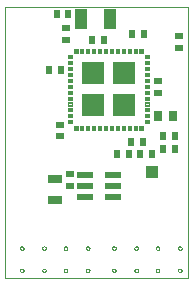
<source format=gbp>
G75*
%MOIN*%
%OFA0B0*%
%FSLAX25Y25*%
%IPPOS*%
%LPD*%
%AMOC8*
5,1,8,0,0,1.08239X$1,22.5*
%
%ADD10C,0.00000*%
%ADD11R,0.07520X0.07520*%
%ADD12C,0.00344*%
%ADD13R,0.02362X0.02756*%
%ADD14R,0.03937X0.06693*%
%ADD15R,0.02756X0.02362*%
%ADD16R,0.02756X0.03543*%
%ADD17R,0.05709X0.02323*%
%ADD18R,0.04724X0.03150*%
%ADD19R,0.03937X0.03937*%
D10*
X0051468Y0044415D02*
X0112491Y0044415D01*
X0112491Y0083785D01*
X0112491Y0079848D02*
X0112491Y0134966D01*
X0051468Y0134966D01*
X0051468Y0044415D01*
X0056625Y0047013D02*
X0056627Y0047061D01*
X0056633Y0047109D01*
X0056643Y0047156D01*
X0056656Y0047202D01*
X0056674Y0047247D01*
X0056694Y0047291D01*
X0056719Y0047333D01*
X0056747Y0047372D01*
X0056777Y0047409D01*
X0056811Y0047443D01*
X0056848Y0047475D01*
X0056886Y0047504D01*
X0056927Y0047529D01*
X0056970Y0047551D01*
X0057015Y0047569D01*
X0057061Y0047583D01*
X0057108Y0047594D01*
X0057156Y0047601D01*
X0057204Y0047604D01*
X0057252Y0047603D01*
X0057300Y0047598D01*
X0057348Y0047589D01*
X0057394Y0047577D01*
X0057439Y0047560D01*
X0057483Y0047540D01*
X0057525Y0047517D01*
X0057565Y0047490D01*
X0057603Y0047460D01*
X0057638Y0047427D01*
X0057670Y0047391D01*
X0057700Y0047353D01*
X0057726Y0047312D01*
X0057748Y0047269D01*
X0057768Y0047225D01*
X0057783Y0047180D01*
X0057795Y0047133D01*
X0057803Y0047085D01*
X0057807Y0047037D01*
X0057807Y0046989D01*
X0057803Y0046941D01*
X0057795Y0046893D01*
X0057783Y0046846D01*
X0057768Y0046801D01*
X0057748Y0046757D01*
X0057726Y0046714D01*
X0057700Y0046673D01*
X0057670Y0046635D01*
X0057638Y0046599D01*
X0057603Y0046566D01*
X0057565Y0046536D01*
X0057525Y0046509D01*
X0057483Y0046486D01*
X0057439Y0046466D01*
X0057394Y0046449D01*
X0057348Y0046437D01*
X0057300Y0046428D01*
X0057252Y0046423D01*
X0057204Y0046422D01*
X0057156Y0046425D01*
X0057108Y0046432D01*
X0057061Y0046443D01*
X0057015Y0046457D01*
X0056970Y0046475D01*
X0056927Y0046497D01*
X0056886Y0046522D01*
X0056848Y0046551D01*
X0056811Y0046583D01*
X0056777Y0046617D01*
X0056747Y0046654D01*
X0056719Y0046693D01*
X0056694Y0046735D01*
X0056674Y0046779D01*
X0056656Y0046824D01*
X0056643Y0046870D01*
X0056633Y0046917D01*
X0056627Y0046965D01*
X0056625Y0047013D01*
X0056625Y0054415D02*
X0056627Y0054463D01*
X0056633Y0054511D01*
X0056643Y0054558D01*
X0056656Y0054604D01*
X0056674Y0054649D01*
X0056694Y0054693D01*
X0056719Y0054735D01*
X0056747Y0054774D01*
X0056777Y0054811D01*
X0056811Y0054845D01*
X0056848Y0054877D01*
X0056886Y0054906D01*
X0056927Y0054931D01*
X0056970Y0054953D01*
X0057015Y0054971D01*
X0057061Y0054985D01*
X0057108Y0054996D01*
X0057156Y0055003D01*
X0057204Y0055006D01*
X0057252Y0055005D01*
X0057300Y0055000D01*
X0057348Y0054991D01*
X0057394Y0054979D01*
X0057439Y0054962D01*
X0057483Y0054942D01*
X0057525Y0054919D01*
X0057565Y0054892D01*
X0057603Y0054862D01*
X0057638Y0054829D01*
X0057670Y0054793D01*
X0057700Y0054755D01*
X0057726Y0054714D01*
X0057748Y0054671D01*
X0057768Y0054627D01*
X0057783Y0054582D01*
X0057795Y0054535D01*
X0057803Y0054487D01*
X0057807Y0054439D01*
X0057807Y0054391D01*
X0057803Y0054343D01*
X0057795Y0054295D01*
X0057783Y0054248D01*
X0057768Y0054203D01*
X0057748Y0054159D01*
X0057726Y0054116D01*
X0057700Y0054075D01*
X0057670Y0054037D01*
X0057638Y0054001D01*
X0057603Y0053968D01*
X0057565Y0053938D01*
X0057525Y0053911D01*
X0057483Y0053888D01*
X0057439Y0053868D01*
X0057394Y0053851D01*
X0057348Y0053839D01*
X0057300Y0053830D01*
X0057252Y0053825D01*
X0057204Y0053824D01*
X0057156Y0053827D01*
X0057108Y0053834D01*
X0057061Y0053845D01*
X0057015Y0053859D01*
X0056970Y0053877D01*
X0056927Y0053899D01*
X0056886Y0053924D01*
X0056848Y0053953D01*
X0056811Y0053985D01*
X0056777Y0054019D01*
X0056747Y0054056D01*
X0056719Y0054095D01*
X0056694Y0054137D01*
X0056674Y0054181D01*
X0056656Y0054226D01*
X0056643Y0054272D01*
X0056633Y0054319D01*
X0056627Y0054367D01*
X0056625Y0054415D01*
X0064026Y0054415D02*
X0064028Y0054463D01*
X0064034Y0054511D01*
X0064044Y0054558D01*
X0064057Y0054604D01*
X0064075Y0054649D01*
X0064095Y0054693D01*
X0064120Y0054735D01*
X0064148Y0054774D01*
X0064178Y0054811D01*
X0064212Y0054845D01*
X0064249Y0054877D01*
X0064287Y0054906D01*
X0064328Y0054931D01*
X0064371Y0054953D01*
X0064416Y0054971D01*
X0064462Y0054985D01*
X0064509Y0054996D01*
X0064557Y0055003D01*
X0064605Y0055006D01*
X0064653Y0055005D01*
X0064701Y0055000D01*
X0064749Y0054991D01*
X0064795Y0054979D01*
X0064840Y0054962D01*
X0064884Y0054942D01*
X0064926Y0054919D01*
X0064966Y0054892D01*
X0065004Y0054862D01*
X0065039Y0054829D01*
X0065071Y0054793D01*
X0065101Y0054755D01*
X0065127Y0054714D01*
X0065149Y0054671D01*
X0065169Y0054627D01*
X0065184Y0054582D01*
X0065196Y0054535D01*
X0065204Y0054487D01*
X0065208Y0054439D01*
X0065208Y0054391D01*
X0065204Y0054343D01*
X0065196Y0054295D01*
X0065184Y0054248D01*
X0065169Y0054203D01*
X0065149Y0054159D01*
X0065127Y0054116D01*
X0065101Y0054075D01*
X0065071Y0054037D01*
X0065039Y0054001D01*
X0065004Y0053968D01*
X0064966Y0053938D01*
X0064926Y0053911D01*
X0064884Y0053888D01*
X0064840Y0053868D01*
X0064795Y0053851D01*
X0064749Y0053839D01*
X0064701Y0053830D01*
X0064653Y0053825D01*
X0064605Y0053824D01*
X0064557Y0053827D01*
X0064509Y0053834D01*
X0064462Y0053845D01*
X0064416Y0053859D01*
X0064371Y0053877D01*
X0064328Y0053899D01*
X0064287Y0053924D01*
X0064249Y0053953D01*
X0064212Y0053985D01*
X0064178Y0054019D01*
X0064148Y0054056D01*
X0064120Y0054095D01*
X0064095Y0054137D01*
X0064075Y0054181D01*
X0064057Y0054226D01*
X0064044Y0054272D01*
X0064034Y0054319D01*
X0064028Y0054367D01*
X0064026Y0054415D01*
X0064026Y0047013D02*
X0064028Y0047061D01*
X0064034Y0047109D01*
X0064044Y0047156D01*
X0064057Y0047202D01*
X0064075Y0047247D01*
X0064095Y0047291D01*
X0064120Y0047333D01*
X0064148Y0047372D01*
X0064178Y0047409D01*
X0064212Y0047443D01*
X0064249Y0047475D01*
X0064287Y0047504D01*
X0064328Y0047529D01*
X0064371Y0047551D01*
X0064416Y0047569D01*
X0064462Y0047583D01*
X0064509Y0047594D01*
X0064557Y0047601D01*
X0064605Y0047604D01*
X0064653Y0047603D01*
X0064701Y0047598D01*
X0064749Y0047589D01*
X0064795Y0047577D01*
X0064840Y0047560D01*
X0064884Y0047540D01*
X0064926Y0047517D01*
X0064966Y0047490D01*
X0065004Y0047460D01*
X0065039Y0047427D01*
X0065071Y0047391D01*
X0065101Y0047353D01*
X0065127Y0047312D01*
X0065149Y0047269D01*
X0065169Y0047225D01*
X0065184Y0047180D01*
X0065196Y0047133D01*
X0065204Y0047085D01*
X0065208Y0047037D01*
X0065208Y0046989D01*
X0065204Y0046941D01*
X0065196Y0046893D01*
X0065184Y0046846D01*
X0065169Y0046801D01*
X0065149Y0046757D01*
X0065127Y0046714D01*
X0065101Y0046673D01*
X0065071Y0046635D01*
X0065039Y0046599D01*
X0065004Y0046566D01*
X0064966Y0046536D01*
X0064926Y0046509D01*
X0064884Y0046486D01*
X0064840Y0046466D01*
X0064795Y0046449D01*
X0064749Y0046437D01*
X0064701Y0046428D01*
X0064653Y0046423D01*
X0064605Y0046422D01*
X0064557Y0046425D01*
X0064509Y0046432D01*
X0064462Y0046443D01*
X0064416Y0046457D01*
X0064371Y0046475D01*
X0064328Y0046497D01*
X0064287Y0046522D01*
X0064249Y0046551D01*
X0064212Y0046583D01*
X0064178Y0046617D01*
X0064148Y0046654D01*
X0064120Y0046693D01*
X0064095Y0046735D01*
X0064075Y0046779D01*
X0064057Y0046824D01*
X0064044Y0046870D01*
X0064034Y0046917D01*
X0064028Y0046965D01*
X0064026Y0047013D01*
X0071192Y0047013D02*
X0071194Y0047061D01*
X0071200Y0047109D01*
X0071210Y0047156D01*
X0071223Y0047202D01*
X0071241Y0047247D01*
X0071261Y0047291D01*
X0071286Y0047333D01*
X0071314Y0047372D01*
X0071344Y0047409D01*
X0071378Y0047443D01*
X0071415Y0047475D01*
X0071453Y0047504D01*
X0071494Y0047529D01*
X0071537Y0047551D01*
X0071582Y0047569D01*
X0071628Y0047583D01*
X0071675Y0047594D01*
X0071723Y0047601D01*
X0071771Y0047604D01*
X0071819Y0047603D01*
X0071867Y0047598D01*
X0071915Y0047589D01*
X0071961Y0047577D01*
X0072006Y0047560D01*
X0072050Y0047540D01*
X0072092Y0047517D01*
X0072132Y0047490D01*
X0072170Y0047460D01*
X0072205Y0047427D01*
X0072237Y0047391D01*
X0072267Y0047353D01*
X0072293Y0047312D01*
X0072315Y0047269D01*
X0072335Y0047225D01*
X0072350Y0047180D01*
X0072362Y0047133D01*
X0072370Y0047085D01*
X0072374Y0047037D01*
X0072374Y0046989D01*
X0072370Y0046941D01*
X0072362Y0046893D01*
X0072350Y0046846D01*
X0072335Y0046801D01*
X0072315Y0046757D01*
X0072293Y0046714D01*
X0072267Y0046673D01*
X0072237Y0046635D01*
X0072205Y0046599D01*
X0072170Y0046566D01*
X0072132Y0046536D01*
X0072092Y0046509D01*
X0072050Y0046486D01*
X0072006Y0046466D01*
X0071961Y0046449D01*
X0071915Y0046437D01*
X0071867Y0046428D01*
X0071819Y0046423D01*
X0071771Y0046422D01*
X0071723Y0046425D01*
X0071675Y0046432D01*
X0071628Y0046443D01*
X0071582Y0046457D01*
X0071537Y0046475D01*
X0071494Y0046497D01*
X0071453Y0046522D01*
X0071415Y0046551D01*
X0071378Y0046583D01*
X0071344Y0046617D01*
X0071314Y0046654D01*
X0071286Y0046693D01*
X0071261Y0046735D01*
X0071241Y0046779D01*
X0071223Y0046824D01*
X0071210Y0046870D01*
X0071200Y0046917D01*
X0071194Y0046965D01*
X0071192Y0047013D01*
X0071192Y0054415D02*
X0071194Y0054463D01*
X0071200Y0054511D01*
X0071210Y0054558D01*
X0071223Y0054604D01*
X0071241Y0054649D01*
X0071261Y0054693D01*
X0071286Y0054735D01*
X0071314Y0054774D01*
X0071344Y0054811D01*
X0071378Y0054845D01*
X0071415Y0054877D01*
X0071453Y0054906D01*
X0071494Y0054931D01*
X0071537Y0054953D01*
X0071582Y0054971D01*
X0071628Y0054985D01*
X0071675Y0054996D01*
X0071723Y0055003D01*
X0071771Y0055006D01*
X0071819Y0055005D01*
X0071867Y0055000D01*
X0071915Y0054991D01*
X0071961Y0054979D01*
X0072006Y0054962D01*
X0072050Y0054942D01*
X0072092Y0054919D01*
X0072132Y0054892D01*
X0072170Y0054862D01*
X0072205Y0054829D01*
X0072237Y0054793D01*
X0072267Y0054755D01*
X0072293Y0054714D01*
X0072315Y0054671D01*
X0072335Y0054627D01*
X0072350Y0054582D01*
X0072362Y0054535D01*
X0072370Y0054487D01*
X0072374Y0054439D01*
X0072374Y0054391D01*
X0072370Y0054343D01*
X0072362Y0054295D01*
X0072350Y0054248D01*
X0072335Y0054203D01*
X0072315Y0054159D01*
X0072293Y0054116D01*
X0072267Y0054075D01*
X0072237Y0054037D01*
X0072205Y0054001D01*
X0072170Y0053968D01*
X0072132Y0053938D01*
X0072092Y0053911D01*
X0072050Y0053888D01*
X0072006Y0053868D01*
X0071961Y0053851D01*
X0071915Y0053839D01*
X0071867Y0053830D01*
X0071819Y0053825D01*
X0071771Y0053824D01*
X0071723Y0053827D01*
X0071675Y0053834D01*
X0071628Y0053845D01*
X0071582Y0053859D01*
X0071537Y0053877D01*
X0071494Y0053899D01*
X0071453Y0053924D01*
X0071415Y0053953D01*
X0071378Y0053985D01*
X0071344Y0054019D01*
X0071314Y0054056D01*
X0071286Y0054095D01*
X0071261Y0054137D01*
X0071241Y0054181D01*
X0071223Y0054226D01*
X0071210Y0054272D01*
X0071200Y0054319D01*
X0071194Y0054367D01*
X0071192Y0054415D01*
X0078593Y0054415D02*
X0078595Y0054463D01*
X0078601Y0054511D01*
X0078611Y0054558D01*
X0078624Y0054604D01*
X0078642Y0054649D01*
X0078662Y0054693D01*
X0078687Y0054735D01*
X0078715Y0054774D01*
X0078745Y0054811D01*
X0078779Y0054845D01*
X0078816Y0054877D01*
X0078854Y0054906D01*
X0078895Y0054931D01*
X0078938Y0054953D01*
X0078983Y0054971D01*
X0079029Y0054985D01*
X0079076Y0054996D01*
X0079124Y0055003D01*
X0079172Y0055006D01*
X0079220Y0055005D01*
X0079268Y0055000D01*
X0079316Y0054991D01*
X0079362Y0054979D01*
X0079407Y0054962D01*
X0079451Y0054942D01*
X0079493Y0054919D01*
X0079533Y0054892D01*
X0079571Y0054862D01*
X0079606Y0054829D01*
X0079638Y0054793D01*
X0079668Y0054755D01*
X0079694Y0054714D01*
X0079716Y0054671D01*
X0079736Y0054627D01*
X0079751Y0054582D01*
X0079763Y0054535D01*
X0079771Y0054487D01*
X0079775Y0054439D01*
X0079775Y0054391D01*
X0079771Y0054343D01*
X0079763Y0054295D01*
X0079751Y0054248D01*
X0079736Y0054203D01*
X0079716Y0054159D01*
X0079694Y0054116D01*
X0079668Y0054075D01*
X0079638Y0054037D01*
X0079606Y0054001D01*
X0079571Y0053968D01*
X0079533Y0053938D01*
X0079493Y0053911D01*
X0079451Y0053888D01*
X0079407Y0053868D01*
X0079362Y0053851D01*
X0079316Y0053839D01*
X0079268Y0053830D01*
X0079220Y0053825D01*
X0079172Y0053824D01*
X0079124Y0053827D01*
X0079076Y0053834D01*
X0079029Y0053845D01*
X0078983Y0053859D01*
X0078938Y0053877D01*
X0078895Y0053899D01*
X0078854Y0053924D01*
X0078816Y0053953D01*
X0078779Y0053985D01*
X0078745Y0054019D01*
X0078715Y0054056D01*
X0078687Y0054095D01*
X0078662Y0054137D01*
X0078642Y0054181D01*
X0078624Y0054226D01*
X0078611Y0054272D01*
X0078601Y0054319D01*
X0078595Y0054367D01*
X0078593Y0054415D01*
X0078593Y0047013D02*
X0078595Y0047061D01*
X0078601Y0047109D01*
X0078611Y0047156D01*
X0078624Y0047202D01*
X0078642Y0047247D01*
X0078662Y0047291D01*
X0078687Y0047333D01*
X0078715Y0047372D01*
X0078745Y0047409D01*
X0078779Y0047443D01*
X0078816Y0047475D01*
X0078854Y0047504D01*
X0078895Y0047529D01*
X0078938Y0047551D01*
X0078983Y0047569D01*
X0079029Y0047583D01*
X0079076Y0047594D01*
X0079124Y0047601D01*
X0079172Y0047604D01*
X0079220Y0047603D01*
X0079268Y0047598D01*
X0079316Y0047589D01*
X0079362Y0047577D01*
X0079407Y0047560D01*
X0079451Y0047540D01*
X0079493Y0047517D01*
X0079533Y0047490D01*
X0079571Y0047460D01*
X0079606Y0047427D01*
X0079638Y0047391D01*
X0079668Y0047353D01*
X0079694Y0047312D01*
X0079716Y0047269D01*
X0079736Y0047225D01*
X0079751Y0047180D01*
X0079763Y0047133D01*
X0079771Y0047085D01*
X0079775Y0047037D01*
X0079775Y0046989D01*
X0079771Y0046941D01*
X0079763Y0046893D01*
X0079751Y0046846D01*
X0079736Y0046801D01*
X0079716Y0046757D01*
X0079694Y0046714D01*
X0079668Y0046673D01*
X0079638Y0046635D01*
X0079606Y0046599D01*
X0079571Y0046566D01*
X0079533Y0046536D01*
X0079493Y0046509D01*
X0079451Y0046486D01*
X0079407Y0046466D01*
X0079362Y0046449D01*
X0079316Y0046437D01*
X0079268Y0046428D01*
X0079220Y0046423D01*
X0079172Y0046422D01*
X0079124Y0046425D01*
X0079076Y0046432D01*
X0079029Y0046443D01*
X0078983Y0046457D01*
X0078938Y0046475D01*
X0078895Y0046497D01*
X0078854Y0046522D01*
X0078816Y0046551D01*
X0078779Y0046583D01*
X0078745Y0046617D01*
X0078715Y0046654D01*
X0078687Y0046693D01*
X0078662Y0046735D01*
X0078642Y0046779D01*
X0078624Y0046824D01*
X0078611Y0046870D01*
X0078601Y0046917D01*
X0078595Y0046965D01*
X0078593Y0047013D01*
X0087333Y0047013D02*
X0087335Y0047061D01*
X0087341Y0047109D01*
X0087351Y0047156D01*
X0087364Y0047202D01*
X0087382Y0047247D01*
X0087402Y0047291D01*
X0087427Y0047333D01*
X0087455Y0047372D01*
X0087485Y0047409D01*
X0087519Y0047443D01*
X0087556Y0047475D01*
X0087594Y0047504D01*
X0087635Y0047529D01*
X0087678Y0047551D01*
X0087723Y0047569D01*
X0087769Y0047583D01*
X0087816Y0047594D01*
X0087864Y0047601D01*
X0087912Y0047604D01*
X0087960Y0047603D01*
X0088008Y0047598D01*
X0088056Y0047589D01*
X0088102Y0047577D01*
X0088147Y0047560D01*
X0088191Y0047540D01*
X0088233Y0047517D01*
X0088273Y0047490D01*
X0088311Y0047460D01*
X0088346Y0047427D01*
X0088378Y0047391D01*
X0088408Y0047353D01*
X0088434Y0047312D01*
X0088456Y0047269D01*
X0088476Y0047225D01*
X0088491Y0047180D01*
X0088503Y0047133D01*
X0088511Y0047085D01*
X0088515Y0047037D01*
X0088515Y0046989D01*
X0088511Y0046941D01*
X0088503Y0046893D01*
X0088491Y0046846D01*
X0088476Y0046801D01*
X0088456Y0046757D01*
X0088434Y0046714D01*
X0088408Y0046673D01*
X0088378Y0046635D01*
X0088346Y0046599D01*
X0088311Y0046566D01*
X0088273Y0046536D01*
X0088233Y0046509D01*
X0088191Y0046486D01*
X0088147Y0046466D01*
X0088102Y0046449D01*
X0088056Y0046437D01*
X0088008Y0046428D01*
X0087960Y0046423D01*
X0087912Y0046422D01*
X0087864Y0046425D01*
X0087816Y0046432D01*
X0087769Y0046443D01*
X0087723Y0046457D01*
X0087678Y0046475D01*
X0087635Y0046497D01*
X0087594Y0046522D01*
X0087556Y0046551D01*
X0087519Y0046583D01*
X0087485Y0046617D01*
X0087455Y0046654D01*
X0087427Y0046693D01*
X0087402Y0046735D01*
X0087382Y0046779D01*
X0087364Y0046824D01*
X0087351Y0046870D01*
X0087341Y0046917D01*
X0087335Y0046965D01*
X0087333Y0047013D01*
X0087333Y0054415D02*
X0087335Y0054463D01*
X0087341Y0054511D01*
X0087351Y0054558D01*
X0087364Y0054604D01*
X0087382Y0054649D01*
X0087402Y0054693D01*
X0087427Y0054735D01*
X0087455Y0054774D01*
X0087485Y0054811D01*
X0087519Y0054845D01*
X0087556Y0054877D01*
X0087594Y0054906D01*
X0087635Y0054931D01*
X0087678Y0054953D01*
X0087723Y0054971D01*
X0087769Y0054985D01*
X0087816Y0054996D01*
X0087864Y0055003D01*
X0087912Y0055006D01*
X0087960Y0055005D01*
X0088008Y0055000D01*
X0088056Y0054991D01*
X0088102Y0054979D01*
X0088147Y0054962D01*
X0088191Y0054942D01*
X0088233Y0054919D01*
X0088273Y0054892D01*
X0088311Y0054862D01*
X0088346Y0054829D01*
X0088378Y0054793D01*
X0088408Y0054755D01*
X0088434Y0054714D01*
X0088456Y0054671D01*
X0088476Y0054627D01*
X0088491Y0054582D01*
X0088503Y0054535D01*
X0088511Y0054487D01*
X0088515Y0054439D01*
X0088515Y0054391D01*
X0088511Y0054343D01*
X0088503Y0054295D01*
X0088491Y0054248D01*
X0088476Y0054203D01*
X0088456Y0054159D01*
X0088434Y0054116D01*
X0088408Y0054075D01*
X0088378Y0054037D01*
X0088346Y0054001D01*
X0088311Y0053968D01*
X0088273Y0053938D01*
X0088233Y0053911D01*
X0088191Y0053888D01*
X0088147Y0053868D01*
X0088102Y0053851D01*
X0088056Y0053839D01*
X0088008Y0053830D01*
X0087960Y0053825D01*
X0087912Y0053824D01*
X0087864Y0053827D01*
X0087816Y0053834D01*
X0087769Y0053845D01*
X0087723Y0053859D01*
X0087678Y0053877D01*
X0087635Y0053899D01*
X0087594Y0053924D01*
X0087556Y0053953D01*
X0087519Y0053985D01*
X0087485Y0054019D01*
X0087455Y0054056D01*
X0087427Y0054095D01*
X0087402Y0054137D01*
X0087382Y0054181D01*
X0087364Y0054226D01*
X0087351Y0054272D01*
X0087341Y0054319D01*
X0087335Y0054367D01*
X0087333Y0054415D01*
X0094735Y0054415D02*
X0094737Y0054463D01*
X0094743Y0054511D01*
X0094753Y0054558D01*
X0094766Y0054604D01*
X0094784Y0054649D01*
X0094804Y0054693D01*
X0094829Y0054735D01*
X0094857Y0054774D01*
X0094887Y0054811D01*
X0094921Y0054845D01*
X0094958Y0054877D01*
X0094996Y0054906D01*
X0095037Y0054931D01*
X0095080Y0054953D01*
X0095125Y0054971D01*
X0095171Y0054985D01*
X0095218Y0054996D01*
X0095266Y0055003D01*
X0095314Y0055006D01*
X0095362Y0055005D01*
X0095410Y0055000D01*
X0095458Y0054991D01*
X0095504Y0054979D01*
X0095549Y0054962D01*
X0095593Y0054942D01*
X0095635Y0054919D01*
X0095675Y0054892D01*
X0095713Y0054862D01*
X0095748Y0054829D01*
X0095780Y0054793D01*
X0095810Y0054755D01*
X0095836Y0054714D01*
X0095858Y0054671D01*
X0095878Y0054627D01*
X0095893Y0054582D01*
X0095905Y0054535D01*
X0095913Y0054487D01*
X0095917Y0054439D01*
X0095917Y0054391D01*
X0095913Y0054343D01*
X0095905Y0054295D01*
X0095893Y0054248D01*
X0095878Y0054203D01*
X0095858Y0054159D01*
X0095836Y0054116D01*
X0095810Y0054075D01*
X0095780Y0054037D01*
X0095748Y0054001D01*
X0095713Y0053968D01*
X0095675Y0053938D01*
X0095635Y0053911D01*
X0095593Y0053888D01*
X0095549Y0053868D01*
X0095504Y0053851D01*
X0095458Y0053839D01*
X0095410Y0053830D01*
X0095362Y0053825D01*
X0095314Y0053824D01*
X0095266Y0053827D01*
X0095218Y0053834D01*
X0095171Y0053845D01*
X0095125Y0053859D01*
X0095080Y0053877D01*
X0095037Y0053899D01*
X0094996Y0053924D01*
X0094958Y0053953D01*
X0094921Y0053985D01*
X0094887Y0054019D01*
X0094857Y0054056D01*
X0094829Y0054095D01*
X0094804Y0054137D01*
X0094784Y0054181D01*
X0094766Y0054226D01*
X0094753Y0054272D01*
X0094743Y0054319D01*
X0094737Y0054367D01*
X0094735Y0054415D01*
X0094735Y0047013D02*
X0094737Y0047061D01*
X0094743Y0047109D01*
X0094753Y0047156D01*
X0094766Y0047202D01*
X0094784Y0047247D01*
X0094804Y0047291D01*
X0094829Y0047333D01*
X0094857Y0047372D01*
X0094887Y0047409D01*
X0094921Y0047443D01*
X0094958Y0047475D01*
X0094996Y0047504D01*
X0095037Y0047529D01*
X0095080Y0047551D01*
X0095125Y0047569D01*
X0095171Y0047583D01*
X0095218Y0047594D01*
X0095266Y0047601D01*
X0095314Y0047604D01*
X0095362Y0047603D01*
X0095410Y0047598D01*
X0095458Y0047589D01*
X0095504Y0047577D01*
X0095549Y0047560D01*
X0095593Y0047540D01*
X0095635Y0047517D01*
X0095675Y0047490D01*
X0095713Y0047460D01*
X0095748Y0047427D01*
X0095780Y0047391D01*
X0095810Y0047353D01*
X0095836Y0047312D01*
X0095858Y0047269D01*
X0095878Y0047225D01*
X0095893Y0047180D01*
X0095905Y0047133D01*
X0095913Y0047085D01*
X0095917Y0047037D01*
X0095917Y0046989D01*
X0095913Y0046941D01*
X0095905Y0046893D01*
X0095893Y0046846D01*
X0095878Y0046801D01*
X0095858Y0046757D01*
X0095836Y0046714D01*
X0095810Y0046673D01*
X0095780Y0046635D01*
X0095748Y0046599D01*
X0095713Y0046566D01*
X0095675Y0046536D01*
X0095635Y0046509D01*
X0095593Y0046486D01*
X0095549Y0046466D01*
X0095504Y0046449D01*
X0095458Y0046437D01*
X0095410Y0046428D01*
X0095362Y0046423D01*
X0095314Y0046422D01*
X0095266Y0046425D01*
X0095218Y0046432D01*
X0095171Y0046443D01*
X0095125Y0046457D01*
X0095080Y0046475D01*
X0095037Y0046497D01*
X0094996Y0046522D01*
X0094958Y0046551D01*
X0094921Y0046583D01*
X0094887Y0046617D01*
X0094857Y0046654D01*
X0094829Y0046693D01*
X0094804Y0046735D01*
X0094784Y0046779D01*
X0094766Y0046824D01*
X0094753Y0046870D01*
X0094743Y0046917D01*
X0094737Y0046965D01*
X0094735Y0047013D01*
X0101900Y0047013D02*
X0101902Y0047061D01*
X0101908Y0047109D01*
X0101918Y0047156D01*
X0101931Y0047202D01*
X0101949Y0047247D01*
X0101969Y0047291D01*
X0101994Y0047333D01*
X0102022Y0047372D01*
X0102052Y0047409D01*
X0102086Y0047443D01*
X0102123Y0047475D01*
X0102161Y0047504D01*
X0102202Y0047529D01*
X0102245Y0047551D01*
X0102290Y0047569D01*
X0102336Y0047583D01*
X0102383Y0047594D01*
X0102431Y0047601D01*
X0102479Y0047604D01*
X0102527Y0047603D01*
X0102575Y0047598D01*
X0102623Y0047589D01*
X0102669Y0047577D01*
X0102714Y0047560D01*
X0102758Y0047540D01*
X0102800Y0047517D01*
X0102840Y0047490D01*
X0102878Y0047460D01*
X0102913Y0047427D01*
X0102945Y0047391D01*
X0102975Y0047353D01*
X0103001Y0047312D01*
X0103023Y0047269D01*
X0103043Y0047225D01*
X0103058Y0047180D01*
X0103070Y0047133D01*
X0103078Y0047085D01*
X0103082Y0047037D01*
X0103082Y0046989D01*
X0103078Y0046941D01*
X0103070Y0046893D01*
X0103058Y0046846D01*
X0103043Y0046801D01*
X0103023Y0046757D01*
X0103001Y0046714D01*
X0102975Y0046673D01*
X0102945Y0046635D01*
X0102913Y0046599D01*
X0102878Y0046566D01*
X0102840Y0046536D01*
X0102800Y0046509D01*
X0102758Y0046486D01*
X0102714Y0046466D01*
X0102669Y0046449D01*
X0102623Y0046437D01*
X0102575Y0046428D01*
X0102527Y0046423D01*
X0102479Y0046422D01*
X0102431Y0046425D01*
X0102383Y0046432D01*
X0102336Y0046443D01*
X0102290Y0046457D01*
X0102245Y0046475D01*
X0102202Y0046497D01*
X0102161Y0046522D01*
X0102123Y0046551D01*
X0102086Y0046583D01*
X0102052Y0046617D01*
X0102022Y0046654D01*
X0101994Y0046693D01*
X0101969Y0046735D01*
X0101949Y0046779D01*
X0101931Y0046824D01*
X0101918Y0046870D01*
X0101908Y0046917D01*
X0101902Y0046965D01*
X0101900Y0047013D01*
X0101900Y0054415D02*
X0101902Y0054463D01*
X0101908Y0054511D01*
X0101918Y0054558D01*
X0101931Y0054604D01*
X0101949Y0054649D01*
X0101969Y0054693D01*
X0101994Y0054735D01*
X0102022Y0054774D01*
X0102052Y0054811D01*
X0102086Y0054845D01*
X0102123Y0054877D01*
X0102161Y0054906D01*
X0102202Y0054931D01*
X0102245Y0054953D01*
X0102290Y0054971D01*
X0102336Y0054985D01*
X0102383Y0054996D01*
X0102431Y0055003D01*
X0102479Y0055006D01*
X0102527Y0055005D01*
X0102575Y0055000D01*
X0102623Y0054991D01*
X0102669Y0054979D01*
X0102714Y0054962D01*
X0102758Y0054942D01*
X0102800Y0054919D01*
X0102840Y0054892D01*
X0102878Y0054862D01*
X0102913Y0054829D01*
X0102945Y0054793D01*
X0102975Y0054755D01*
X0103001Y0054714D01*
X0103023Y0054671D01*
X0103043Y0054627D01*
X0103058Y0054582D01*
X0103070Y0054535D01*
X0103078Y0054487D01*
X0103082Y0054439D01*
X0103082Y0054391D01*
X0103078Y0054343D01*
X0103070Y0054295D01*
X0103058Y0054248D01*
X0103043Y0054203D01*
X0103023Y0054159D01*
X0103001Y0054116D01*
X0102975Y0054075D01*
X0102945Y0054037D01*
X0102913Y0054001D01*
X0102878Y0053968D01*
X0102840Y0053938D01*
X0102800Y0053911D01*
X0102758Y0053888D01*
X0102714Y0053868D01*
X0102669Y0053851D01*
X0102623Y0053839D01*
X0102575Y0053830D01*
X0102527Y0053825D01*
X0102479Y0053824D01*
X0102431Y0053827D01*
X0102383Y0053834D01*
X0102336Y0053845D01*
X0102290Y0053859D01*
X0102245Y0053877D01*
X0102202Y0053899D01*
X0102161Y0053924D01*
X0102123Y0053953D01*
X0102086Y0053985D01*
X0102052Y0054019D01*
X0102022Y0054056D01*
X0101994Y0054095D01*
X0101969Y0054137D01*
X0101949Y0054181D01*
X0101931Y0054226D01*
X0101918Y0054272D01*
X0101908Y0054319D01*
X0101902Y0054367D01*
X0101900Y0054415D01*
X0109302Y0054415D02*
X0109304Y0054463D01*
X0109310Y0054511D01*
X0109320Y0054558D01*
X0109333Y0054604D01*
X0109351Y0054649D01*
X0109371Y0054693D01*
X0109396Y0054735D01*
X0109424Y0054774D01*
X0109454Y0054811D01*
X0109488Y0054845D01*
X0109525Y0054877D01*
X0109563Y0054906D01*
X0109604Y0054931D01*
X0109647Y0054953D01*
X0109692Y0054971D01*
X0109738Y0054985D01*
X0109785Y0054996D01*
X0109833Y0055003D01*
X0109881Y0055006D01*
X0109929Y0055005D01*
X0109977Y0055000D01*
X0110025Y0054991D01*
X0110071Y0054979D01*
X0110116Y0054962D01*
X0110160Y0054942D01*
X0110202Y0054919D01*
X0110242Y0054892D01*
X0110280Y0054862D01*
X0110315Y0054829D01*
X0110347Y0054793D01*
X0110377Y0054755D01*
X0110403Y0054714D01*
X0110425Y0054671D01*
X0110445Y0054627D01*
X0110460Y0054582D01*
X0110472Y0054535D01*
X0110480Y0054487D01*
X0110484Y0054439D01*
X0110484Y0054391D01*
X0110480Y0054343D01*
X0110472Y0054295D01*
X0110460Y0054248D01*
X0110445Y0054203D01*
X0110425Y0054159D01*
X0110403Y0054116D01*
X0110377Y0054075D01*
X0110347Y0054037D01*
X0110315Y0054001D01*
X0110280Y0053968D01*
X0110242Y0053938D01*
X0110202Y0053911D01*
X0110160Y0053888D01*
X0110116Y0053868D01*
X0110071Y0053851D01*
X0110025Y0053839D01*
X0109977Y0053830D01*
X0109929Y0053825D01*
X0109881Y0053824D01*
X0109833Y0053827D01*
X0109785Y0053834D01*
X0109738Y0053845D01*
X0109692Y0053859D01*
X0109647Y0053877D01*
X0109604Y0053899D01*
X0109563Y0053924D01*
X0109525Y0053953D01*
X0109488Y0053985D01*
X0109454Y0054019D01*
X0109424Y0054056D01*
X0109396Y0054095D01*
X0109371Y0054137D01*
X0109351Y0054181D01*
X0109333Y0054226D01*
X0109320Y0054272D01*
X0109310Y0054319D01*
X0109304Y0054367D01*
X0109302Y0054415D01*
X0109302Y0047013D02*
X0109304Y0047061D01*
X0109310Y0047109D01*
X0109320Y0047156D01*
X0109333Y0047202D01*
X0109351Y0047247D01*
X0109371Y0047291D01*
X0109396Y0047333D01*
X0109424Y0047372D01*
X0109454Y0047409D01*
X0109488Y0047443D01*
X0109525Y0047475D01*
X0109563Y0047504D01*
X0109604Y0047529D01*
X0109647Y0047551D01*
X0109692Y0047569D01*
X0109738Y0047583D01*
X0109785Y0047594D01*
X0109833Y0047601D01*
X0109881Y0047604D01*
X0109929Y0047603D01*
X0109977Y0047598D01*
X0110025Y0047589D01*
X0110071Y0047577D01*
X0110116Y0047560D01*
X0110160Y0047540D01*
X0110202Y0047517D01*
X0110242Y0047490D01*
X0110280Y0047460D01*
X0110315Y0047427D01*
X0110347Y0047391D01*
X0110377Y0047353D01*
X0110403Y0047312D01*
X0110425Y0047269D01*
X0110445Y0047225D01*
X0110460Y0047180D01*
X0110472Y0047133D01*
X0110480Y0047085D01*
X0110484Y0047037D01*
X0110484Y0046989D01*
X0110480Y0046941D01*
X0110472Y0046893D01*
X0110460Y0046846D01*
X0110445Y0046801D01*
X0110425Y0046757D01*
X0110403Y0046714D01*
X0110377Y0046673D01*
X0110347Y0046635D01*
X0110315Y0046599D01*
X0110280Y0046566D01*
X0110242Y0046536D01*
X0110202Y0046509D01*
X0110160Y0046486D01*
X0110116Y0046466D01*
X0110071Y0046449D01*
X0110025Y0046437D01*
X0109977Y0046428D01*
X0109929Y0046423D01*
X0109881Y0046422D01*
X0109833Y0046425D01*
X0109785Y0046432D01*
X0109738Y0046443D01*
X0109692Y0046457D01*
X0109647Y0046475D01*
X0109604Y0046497D01*
X0109563Y0046522D01*
X0109525Y0046551D01*
X0109488Y0046583D01*
X0109454Y0046617D01*
X0109424Y0046654D01*
X0109396Y0046693D01*
X0109371Y0046735D01*
X0109351Y0046779D01*
X0109333Y0046824D01*
X0109320Y0046870D01*
X0109310Y0046917D01*
X0109304Y0046965D01*
X0109302Y0047013D01*
D11*
X0091428Y0102092D03*
X0091428Y0112722D03*
X0080798Y0112722D03*
X0080798Y0102092D03*
D12*
X0073973Y0103003D02*
X0072545Y0103003D01*
X0073973Y0103003D02*
X0073973Y0101969D01*
X0072545Y0101969D01*
X0072545Y0103003D01*
X0072545Y0102312D02*
X0073973Y0102312D01*
X0073973Y0102655D02*
X0072545Y0102655D01*
X0072545Y0102998D02*
X0073973Y0102998D01*
X0073973Y0104971D02*
X0072545Y0104971D01*
X0073973Y0104971D02*
X0073973Y0103937D01*
X0072545Y0103937D01*
X0072545Y0104971D01*
X0072545Y0104280D02*
X0073973Y0104280D01*
X0073973Y0104623D02*
X0072545Y0104623D01*
X0072545Y0104966D02*
X0073973Y0104966D01*
X0073973Y0106940D02*
X0072545Y0106940D01*
X0073973Y0106940D02*
X0073973Y0105906D01*
X0072545Y0105906D01*
X0072545Y0106940D01*
X0072545Y0106249D02*
X0073973Y0106249D01*
X0073973Y0106592D02*
X0072545Y0106592D01*
X0072545Y0106935D02*
X0073973Y0106935D01*
X0073973Y0108908D02*
X0072545Y0108908D01*
X0073973Y0108908D02*
X0073973Y0107874D01*
X0072545Y0107874D01*
X0072545Y0108908D01*
X0072545Y0108217D02*
X0073973Y0108217D01*
X0073973Y0108560D02*
X0072545Y0108560D01*
X0072545Y0108903D02*
X0073973Y0108903D01*
X0073973Y0110877D02*
X0072545Y0110877D01*
X0073973Y0110877D02*
X0073973Y0109843D01*
X0072545Y0109843D01*
X0072545Y0110877D01*
X0072545Y0110186D02*
X0073973Y0110186D01*
X0073973Y0110529D02*
X0072545Y0110529D01*
X0072545Y0110872D02*
X0073973Y0110872D01*
X0073973Y0112845D02*
X0072545Y0112845D01*
X0073973Y0112845D02*
X0073973Y0111811D01*
X0072545Y0111811D01*
X0072545Y0112845D01*
X0072545Y0112154D02*
X0073973Y0112154D01*
X0073973Y0112497D02*
X0072545Y0112497D01*
X0072545Y0112840D02*
X0073973Y0112840D01*
X0073973Y0114814D02*
X0072545Y0114814D01*
X0073973Y0114814D02*
X0073973Y0113780D01*
X0072545Y0113780D01*
X0072545Y0114814D01*
X0072545Y0114123D02*
X0073973Y0114123D01*
X0073973Y0114466D02*
X0072545Y0114466D01*
X0072545Y0114809D02*
X0073973Y0114809D01*
X0073973Y0116782D02*
X0072545Y0116782D01*
X0073973Y0116782D02*
X0073973Y0115748D01*
X0072545Y0115748D01*
X0072545Y0116782D01*
X0072545Y0116091D02*
X0073973Y0116091D01*
X0073973Y0116434D02*
X0072545Y0116434D01*
X0072545Y0116777D02*
X0073973Y0116777D01*
X0073973Y0118751D02*
X0072545Y0118751D01*
X0073973Y0118751D02*
X0073973Y0117717D01*
X0072545Y0117717D01*
X0072545Y0118751D01*
X0072545Y0118060D02*
X0073973Y0118060D01*
X0073973Y0118403D02*
X0072545Y0118403D01*
X0072545Y0118746D02*
X0073973Y0118746D01*
X0075804Y0119547D02*
X0075804Y0120975D01*
X0075804Y0119547D02*
X0074770Y0119547D01*
X0074770Y0120975D01*
X0075804Y0120975D01*
X0075804Y0119890D02*
X0074770Y0119890D01*
X0074770Y0120233D02*
X0075804Y0120233D01*
X0075804Y0120576D02*
X0074770Y0120576D01*
X0074770Y0120919D02*
X0075804Y0120919D01*
X0077772Y0120975D02*
X0077772Y0119547D01*
X0076738Y0119547D01*
X0076738Y0120975D01*
X0077772Y0120975D01*
X0077772Y0119890D02*
X0076738Y0119890D01*
X0076738Y0120233D02*
X0077772Y0120233D01*
X0077772Y0120576D02*
X0076738Y0120576D01*
X0076738Y0120919D02*
X0077772Y0120919D01*
X0079741Y0120975D02*
X0079741Y0119547D01*
X0078707Y0119547D01*
X0078707Y0120975D01*
X0079741Y0120975D01*
X0079741Y0119890D02*
X0078707Y0119890D01*
X0078707Y0120233D02*
X0079741Y0120233D01*
X0079741Y0120576D02*
X0078707Y0120576D01*
X0078707Y0120919D02*
X0079741Y0120919D01*
X0081709Y0120975D02*
X0081709Y0119547D01*
X0080675Y0119547D01*
X0080675Y0120975D01*
X0081709Y0120975D01*
X0081709Y0119890D02*
X0080675Y0119890D01*
X0080675Y0120233D02*
X0081709Y0120233D01*
X0081709Y0120576D02*
X0080675Y0120576D01*
X0080675Y0120919D02*
X0081709Y0120919D01*
X0083678Y0120975D02*
X0083678Y0119547D01*
X0082644Y0119547D01*
X0082644Y0120975D01*
X0083678Y0120975D01*
X0083678Y0119890D02*
X0082644Y0119890D01*
X0082644Y0120233D02*
X0083678Y0120233D01*
X0083678Y0120576D02*
X0082644Y0120576D01*
X0082644Y0120919D02*
X0083678Y0120919D01*
X0085646Y0120975D02*
X0085646Y0119547D01*
X0084612Y0119547D01*
X0084612Y0120975D01*
X0085646Y0120975D01*
X0085646Y0119890D02*
X0084612Y0119890D01*
X0084612Y0120233D02*
X0085646Y0120233D01*
X0085646Y0120576D02*
X0084612Y0120576D01*
X0084612Y0120919D02*
X0085646Y0120919D01*
X0087615Y0120975D02*
X0087615Y0119547D01*
X0086581Y0119547D01*
X0086581Y0120975D01*
X0087615Y0120975D01*
X0087615Y0119890D02*
X0086581Y0119890D01*
X0086581Y0120233D02*
X0087615Y0120233D01*
X0087615Y0120576D02*
X0086581Y0120576D01*
X0086581Y0120919D02*
X0087615Y0120919D01*
X0089583Y0120975D02*
X0089583Y0119547D01*
X0088549Y0119547D01*
X0088549Y0120975D01*
X0089583Y0120975D01*
X0089583Y0119890D02*
X0088549Y0119890D01*
X0088549Y0120233D02*
X0089583Y0120233D01*
X0089583Y0120576D02*
X0088549Y0120576D01*
X0088549Y0120919D02*
X0089583Y0120919D01*
X0091552Y0120975D02*
X0091552Y0119547D01*
X0090518Y0119547D01*
X0090518Y0120975D01*
X0091552Y0120975D01*
X0091552Y0119890D02*
X0090518Y0119890D01*
X0090518Y0120233D02*
X0091552Y0120233D01*
X0091552Y0120576D02*
X0090518Y0120576D01*
X0090518Y0120919D02*
X0091552Y0120919D01*
X0093520Y0120975D02*
X0093520Y0119547D01*
X0092486Y0119547D01*
X0092486Y0120975D01*
X0093520Y0120975D01*
X0093520Y0119890D02*
X0092486Y0119890D01*
X0092486Y0120233D02*
X0093520Y0120233D01*
X0093520Y0120576D02*
X0092486Y0120576D01*
X0092486Y0120919D02*
X0093520Y0120919D01*
X0095489Y0120975D02*
X0095489Y0119547D01*
X0094455Y0119547D01*
X0094455Y0120975D01*
X0095489Y0120975D01*
X0095489Y0119890D02*
X0094455Y0119890D01*
X0094455Y0120233D02*
X0095489Y0120233D01*
X0095489Y0120576D02*
X0094455Y0120576D01*
X0094455Y0120919D02*
X0095489Y0120919D01*
X0097457Y0120975D02*
X0097457Y0119547D01*
X0096423Y0119547D01*
X0096423Y0120975D01*
X0097457Y0120975D01*
X0097457Y0119890D02*
X0096423Y0119890D01*
X0096423Y0120233D02*
X0097457Y0120233D01*
X0097457Y0120576D02*
X0096423Y0120576D01*
X0096423Y0120919D02*
X0097457Y0120919D01*
X0098254Y0117717D02*
X0099682Y0117717D01*
X0098254Y0117717D02*
X0098254Y0118751D01*
X0099682Y0118751D01*
X0099682Y0117717D01*
X0099682Y0118060D02*
X0098254Y0118060D01*
X0098254Y0118403D02*
X0099682Y0118403D01*
X0099682Y0118746D02*
X0098254Y0118746D01*
X0098254Y0115748D02*
X0099682Y0115748D01*
X0098254Y0115748D02*
X0098254Y0116782D01*
X0099682Y0116782D01*
X0099682Y0115748D01*
X0099682Y0116091D02*
X0098254Y0116091D01*
X0098254Y0116434D02*
X0099682Y0116434D01*
X0099682Y0116777D02*
X0098254Y0116777D01*
X0098254Y0113780D02*
X0099682Y0113780D01*
X0098254Y0113780D02*
X0098254Y0114814D01*
X0099682Y0114814D01*
X0099682Y0113780D01*
X0099682Y0114123D02*
X0098254Y0114123D01*
X0098254Y0114466D02*
X0099682Y0114466D01*
X0099682Y0114809D02*
X0098254Y0114809D01*
X0098254Y0111811D02*
X0099682Y0111811D01*
X0098254Y0111811D02*
X0098254Y0112845D01*
X0099682Y0112845D01*
X0099682Y0111811D01*
X0099682Y0112154D02*
X0098254Y0112154D01*
X0098254Y0112497D02*
X0099682Y0112497D01*
X0099682Y0112840D02*
X0098254Y0112840D01*
X0098254Y0109843D02*
X0099682Y0109843D01*
X0098254Y0109843D02*
X0098254Y0110877D01*
X0099682Y0110877D01*
X0099682Y0109843D01*
X0099682Y0110186D02*
X0098254Y0110186D01*
X0098254Y0110529D02*
X0099682Y0110529D01*
X0099682Y0110872D02*
X0098254Y0110872D01*
X0098254Y0107874D02*
X0099682Y0107874D01*
X0098254Y0107874D02*
X0098254Y0108908D01*
X0099682Y0108908D01*
X0099682Y0107874D01*
X0099682Y0108217D02*
X0098254Y0108217D01*
X0098254Y0108560D02*
X0099682Y0108560D01*
X0099682Y0108903D02*
X0098254Y0108903D01*
X0098254Y0105906D02*
X0099682Y0105906D01*
X0098254Y0105906D02*
X0098254Y0106940D01*
X0099682Y0106940D01*
X0099682Y0105906D01*
X0099682Y0106249D02*
X0098254Y0106249D01*
X0098254Y0106592D02*
X0099682Y0106592D01*
X0099682Y0106935D02*
X0098254Y0106935D01*
X0098254Y0103937D02*
X0099682Y0103937D01*
X0098254Y0103937D02*
X0098254Y0104971D01*
X0099682Y0104971D01*
X0099682Y0103937D01*
X0099682Y0104280D02*
X0098254Y0104280D01*
X0098254Y0104623D02*
X0099682Y0104623D01*
X0099682Y0104966D02*
X0098254Y0104966D01*
X0098254Y0101969D02*
X0099682Y0101969D01*
X0098254Y0101969D02*
X0098254Y0103003D01*
X0099682Y0103003D01*
X0099682Y0101969D01*
X0099682Y0102312D02*
X0098254Y0102312D01*
X0098254Y0102655D02*
X0099682Y0102655D01*
X0099682Y0102998D02*
X0098254Y0102998D01*
X0098254Y0100000D02*
X0099682Y0100000D01*
X0098254Y0100000D02*
X0098254Y0101034D01*
X0099682Y0101034D01*
X0099682Y0100000D01*
X0099682Y0100343D02*
X0098254Y0100343D01*
X0098254Y0100686D02*
X0099682Y0100686D01*
X0099682Y0101029D02*
X0098254Y0101029D01*
X0098254Y0098032D02*
X0099682Y0098032D01*
X0098254Y0098032D02*
X0098254Y0099066D01*
X0099682Y0099066D01*
X0099682Y0098032D01*
X0099682Y0098375D02*
X0098254Y0098375D01*
X0098254Y0098718D02*
X0099682Y0098718D01*
X0099682Y0099061D02*
X0098254Y0099061D01*
X0098254Y0096063D02*
X0099682Y0096063D01*
X0098254Y0096063D02*
X0098254Y0097097D01*
X0099682Y0097097D01*
X0099682Y0096063D01*
X0099682Y0096406D02*
X0098254Y0096406D01*
X0098254Y0096749D02*
X0099682Y0096749D01*
X0099682Y0097092D02*
X0098254Y0097092D01*
X0096423Y0095267D02*
X0096423Y0093839D01*
X0096423Y0095267D02*
X0097457Y0095267D01*
X0097457Y0093839D01*
X0096423Y0093839D01*
X0096423Y0094182D02*
X0097457Y0094182D01*
X0097457Y0094525D02*
X0096423Y0094525D01*
X0096423Y0094868D02*
X0097457Y0094868D01*
X0097457Y0095211D02*
X0096423Y0095211D01*
X0094455Y0095267D02*
X0094455Y0093839D01*
X0094455Y0095267D02*
X0095489Y0095267D01*
X0095489Y0093839D01*
X0094455Y0093839D01*
X0094455Y0094182D02*
X0095489Y0094182D01*
X0095489Y0094525D02*
X0094455Y0094525D01*
X0094455Y0094868D02*
X0095489Y0094868D01*
X0095489Y0095211D02*
X0094455Y0095211D01*
X0092486Y0095267D02*
X0092486Y0093839D01*
X0092486Y0095267D02*
X0093520Y0095267D01*
X0093520Y0093839D01*
X0092486Y0093839D01*
X0092486Y0094182D02*
X0093520Y0094182D01*
X0093520Y0094525D02*
X0092486Y0094525D01*
X0092486Y0094868D02*
X0093520Y0094868D01*
X0093520Y0095211D02*
X0092486Y0095211D01*
X0090518Y0095267D02*
X0090518Y0093839D01*
X0090518Y0095267D02*
X0091552Y0095267D01*
X0091552Y0093839D01*
X0090518Y0093839D01*
X0090518Y0094182D02*
X0091552Y0094182D01*
X0091552Y0094525D02*
X0090518Y0094525D01*
X0090518Y0094868D02*
X0091552Y0094868D01*
X0091552Y0095211D02*
X0090518Y0095211D01*
X0088549Y0095267D02*
X0088549Y0093839D01*
X0088549Y0095267D02*
X0089583Y0095267D01*
X0089583Y0093839D01*
X0088549Y0093839D01*
X0088549Y0094182D02*
X0089583Y0094182D01*
X0089583Y0094525D02*
X0088549Y0094525D01*
X0088549Y0094868D02*
X0089583Y0094868D01*
X0089583Y0095211D02*
X0088549Y0095211D01*
X0086581Y0095267D02*
X0086581Y0093839D01*
X0086581Y0095267D02*
X0087615Y0095267D01*
X0087615Y0093839D01*
X0086581Y0093839D01*
X0086581Y0094182D02*
X0087615Y0094182D01*
X0087615Y0094525D02*
X0086581Y0094525D01*
X0086581Y0094868D02*
X0087615Y0094868D01*
X0087615Y0095211D02*
X0086581Y0095211D01*
X0084612Y0095267D02*
X0084612Y0093839D01*
X0084612Y0095267D02*
X0085646Y0095267D01*
X0085646Y0093839D01*
X0084612Y0093839D01*
X0084612Y0094182D02*
X0085646Y0094182D01*
X0085646Y0094525D02*
X0084612Y0094525D01*
X0084612Y0094868D02*
X0085646Y0094868D01*
X0085646Y0095211D02*
X0084612Y0095211D01*
X0082644Y0095267D02*
X0082644Y0093839D01*
X0082644Y0095267D02*
X0083678Y0095267D01*
X0083678Y0093839D01*
X0082644Y0093839D01*
X0082644Y0094182D02*
X0083678Y0094182D01*
X0083678Y0094525D02*
X0082644Y0094525D01*
X0082644Y0094868D02*
X0083678Y0094868D01*
X0083678Y0095211D02*
X0082644Y0095211D01*
X0080675Y0095267D02*
X0080675Y0093839D01*
X0080675Y0095267D02*
X0081709Y0095267D01*
X0081709Y0093839D01*
X0080675Y0093839D01*
X0080675Y0094182D02*
X0081709Y0094182D01*
X0081709Y0094525D02*
X0080675Y0094525D01*
X0080675Y0094868D02*
X0081709Y0094868D01*
X0081709Y0095211D02*
X0080675Y0095211D01*
X0078707Y0095267D02*
X0078707Y0093839D01*
X0078707Y0095267D02*
X0079741Y0095267D01*
X0079741Y0093839D01*
X0078707Y0093839D01*
X0078707Y0094182D02*
X0079741Y0094182D01*
X0079741Y0094525D02*
X0078707Y0094525D01*
X0078707Y0094868D02*
X0079741Y0094868D01*
X0079741Y0095211D02*
X0078707Y0095211D01*
X0076738Y0095267D02*
X0076738Y0093839D01*
X0076738Y0095267D02*
X0077772Y0095267D01*
X0077772Y0093839D01*
X0076738Y0093839D01*
X0076738Y0094182D02*
X0077772Y0094182D01*
X0077772Y0094525D02*
X0076738Y0094525D01*
X0076738Y0094868D02*
X0077772Y0094868D01*
X0077772Y0095211D02*
X0076738Y0095211D01*
X0074770Y0095267D02*
X0074770Y0093839D01*
X0074770Y0095267D02*
X0075804Y0095267D01*
X0075804Y0093839D01*
X0074770Y0093839D01*
X0074770Y0094182D02*
X0075804Y0094182D01*
X0075804Y0094525D02*
X0074770Y0094525D01*
X0074770Y0094868D02*
X0075804Y0094868D01*
X0075804Y0095211D02*
X0074770Y0095211D01*
X0073973Y0097097D02*
X0072545Y0097097D01*
X0073973Y0097097D02*
X0073973Y0096063D01*
X0072545Y0096063D01*
X0072545Y0097097D01*
X0072545Y0096406D02*
X0073973Y0096406D01*
X0073973Y0096749D02*
X0072545Y0096749D01*
X0072545Y0097092D02*
X0073973Y0097092D01*
X0073973Y0099066D02*
X0072545Y0099066D01*
X0073973Y0099066D02*
X0073973Y0098032D01*
X0072545Y0098032D01*
X0072545Y0099066D01*
X0072545Y0098375D02*
X0073973Y0098375D01*
X0073973Y0098718D02*
X0072545Y0098718D01*
X0072545Y0099061D02*
X0073973Y0099061D01*
X0073973Y0101034D02*
X0072545Y0101034D01*
X0073973Y0101034D02*
X0073973Y0100000D01*
X0072545Y0100000D01*
X0072545Y0101034D01*
X0072545Y0100343D02*
X0073973Y0100343D01*
X0073973Y0100686D02*
X0072545Y0100686D01*
X0072545Y0101029D02*
X0073973Y0101029D01*
D13*
X0070365Y0113706D03*
X0066428Y0113706D03*
X0080602Y0123943D03*
X0084539Y0123943D03*
X0093987Y0125911D03*
X0097924Y0125911D03*
X0072728Y0132604D03*
X0068791Y0132604D03*
X0104420Y0091856D03*
X0108357Y0091856D03*
X0108357Y0087368D03*
X0104420Y0087368D03*
X0100680Y0085754D03*
X0096743Y0085754D03*
X0092846Y0085754D03*
X0088909Y0085754D03*
X0093594Y0089691D03*
X0097531Y0089691D03*
D14*
X0086704Y0130832D03*
X0076861Y0130832D03*
D15*
X0071940Y0127880D03*
X0071940Y0123943D03*
X0069972Y0095596D03*
X0069972Y0091659D03*
X0073121Y0079061D03*
X0073121Y0075124D03*
X0102570Y0106147D03*
X0102570Y0110084D03*
X0109735Y0121187D03*
X0109735Y0125124D03*
D16*
X0107570Y0098549D03*
X0102452Y0098549D03*
D17*
X0087511Y0078864D03*
X0087511Y0075124D03*
X0087511Y0071384D03*
X0078417Y0071384D03*
X0078417Y0075124D03*
X0078417Y0078864D03*
D18*
X0068397Y0077486D03*
X0068397Y0070399D03*
D19*
X0100680Y0079848D03*
M02*

</source>
